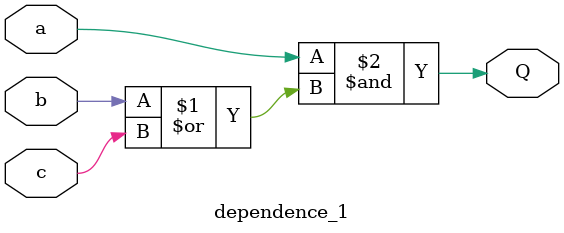
<source format=v>
module dependence_1 (
    input a, b, c,
    output Q 
);

    // a & b | ((b & c) & (b | c))
    // &=*, |=+               AB + BC(B+C)
    // Distribute             AB + BBC + BCC
    // Simplify AA = A        AB + BC + BC
    // Simplify A + A = A     AB + BC
    // Factor                 B(A+C)

    assign Q = a & (b | c);

endmodule

</source>
